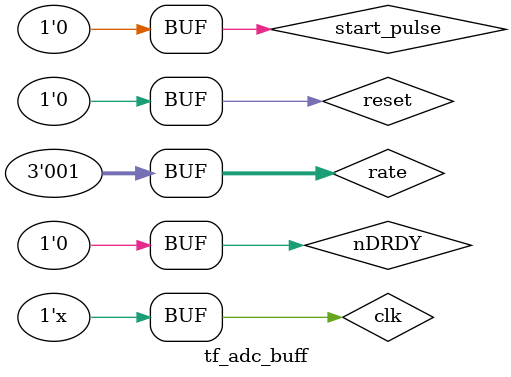
<source format=v>
`timescale 1ns / 1ns


module tf_adc_buff;

	// Inputs
	reg clk;
	reg reset;
	reg start_pulse;
	reg [7:0] read_addr;
	reg nDRDY;
	reg SDIN1;
	reg [2:0] rate;

	// Outputs
	wire write_done;
	wire toggle_buff;
	wire [7:0] dout;
	wire SCLK1;
	wire nCS1;
	reg [15:0] cnt;
	reg [15:0] shift3;
	reg [1:0] shift1;
   reg [1:0] shift2;
	wire drdy_sync;
	wire sclk_nedge;
	reg [9:0] cnt2;

	// Instantiate the Unit Under Test (UUT)
	adc_buff uut (
		.clk(clk), 
		.reset(reset), 
		.start_pulse(start_pulse), 
		.write_done(write_done),
      .rate(rate),  		
		.read_addr(read_addr), 
		.dout(dout), 
		.nDRDY(nDRDY), 
		.SDIN1(SDIN1), 
		.SCLK1(SCLK1), 
		.nCS1(nCS1)
	);

	initial begin
		// Initialize Inputs
		clk = 0;
		reset = 0;
		rate=1;
		start_pulse = 0;
		read_addr = 0;
		nDRDY = 0;
		SDIN1 = 0;

		#100 reset=1;
		#100 reset=0;
       
		#100 start_pulse=1;
		#100 start_pulse=0;
      
		
	end
      
always 
#20 clk = ~clk; 

always @(posedge clk or posedge reset)
if (reset)
cnt2<=0;
else if(write_done)
cnt2<=0;
else if (cnt2==1023)
cnt2<=cnt2;
else
cnt2<=cnt2+1;

always @(cnt2)
 read_addr=cnt2[9:2];
	
always 
begin
#31000 nDRDY=1;
#200 nDRDY=0;
end

//
always @(shift3)
 SDIN1=shift3[15];


always @(posedge clk  or posedge reset)
if (reset)
	shift1<= 0;
else 
	shift1<={shift1[0],nDRDY};

assign drdy_sync=(~shift1[1])&shift1[0];

always @(posedge clk or posedge reset)
if (reset)
	cnt<= 0;
else if (drdy_sync)
	cnt<=cnt+1;
else
  cnt <=cnt;	


always @(posedge clk  or posedge reset)
if (reset)
	shift2<= 0;
else 
	shift2<={shift2[0],SCLK1};

assign sclk_nedge=(shift2[1])&(~shift2[0]);

always @(posedge clk  or posedge reset)
if (reset)
	shift3<= 0;
else if (drdy_sync)
  shift3<=cnt;
else if (sclk_nedge)  
	shift3<={shift3[14:0],1'b0};
else
  shift3<=shift3;	

	

endmodule
</source>
